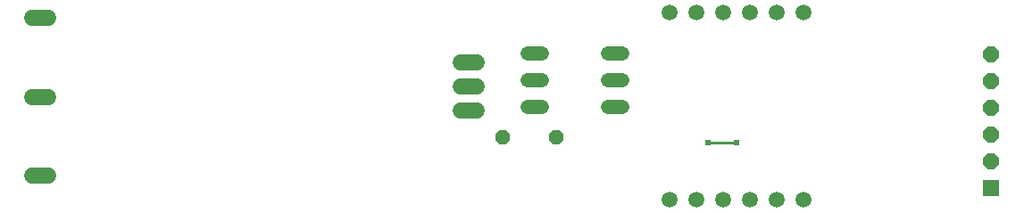
<source format=gbl>
G75*
G70*
%OFA0B0*%
%FSLAX24Y24*%
%IPPOS*%
%LPD*%
%AMOC8*
5,1,8,0,0,1.08239X$1,22.5*
%
%ADD10C,0.0594*%
%ADD11C,0.0520*%
%ADD12OC8,0.0520*%
%ADD13C,0.0594*%
%ADD14R,0.0600X0.0600*%
%ADD15OC8,0.0600*%
%ADD16C,0.0600*%
%ADD17C,0.0100*%
%ADD18C,0.0240*%
D10*
X026508Y003215D03*
X027508Y003215D03*
X028508Y003215D03*
X029508Y003215D03*
X030508Y003215D03*
X031508Y003215D03*
X031508Y010215D03*
X030508Y010215D03*
X029508Y010215D03*
X028508Y010215D03*
X027508Y010215D03*
X026508Y010215D03*
D11*
X024731Y008684D02*
X024211Y008684D01*
X021731Y008684D02*
X021211Y008684D01*
X021211Y007684D02*
X021731Y007684D01*
X024211Y007684D02*
X024731Y007684D01*
X024731Y006684D02*
X024211Y006684D01*
X021731Y006684D02*
X021211Y006684D01*
D12*
X020278Y005571D03*
X022278Y005571D03*
D13*
X003311Y004118D02*
X002717Y004118D01*
X002717Y007071D02*
X003311Y007071D01*
X003311Y010023D02*
X002717Y010023D01*
D14*
X038519Y003646D03*
D15*
X038519Y004646D03*
X038519Y005646D03*
X038519Y006646D03*
X038519Y007646D03*
X038519Y008646D03*
D16*
X019300Y008348D02*
X018700Y008348D01*
X018700Y007448D02*
X019300Y007448D01*
X019300Y006548D02*
X018700Y006548D01*
D17*
X027930Y005348D02*
X029010Y005348D01*
D18*
X029010Y005348D03*
X027930Y005348D03*
M02*

</source>
